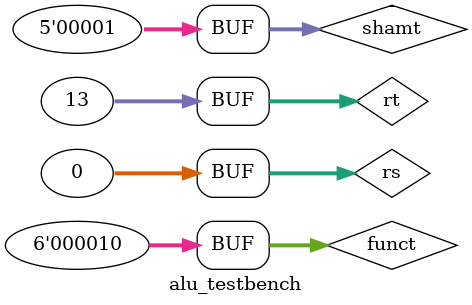
<source format=v>
module alu_testbench;

// input and output test signals
reg [31:0] rs, rt; 
reg [4:0] shamt;
reg [5:0] funct;

wire [31:0] rd;

// creating the instance of the module we want to test
alu alu(rs, rt, shamt, funct, rd);

initial
begin
rs = 32'b00000000000000000000000000000000;
rt = 32'b00000000000000000000000000000001;
funct = 6'b100000; //add
#5; // pause (5 units of delay)
rs = 32'b00000000000000000000000000000111;
rt = 32'b00000000000000000000000000000011;
funct = 6'b100010; //subtract
#5;
rt = 32'b00000000000000000000000000001000;
shamt = 5'b00010; // shift amount
funct = 6'b000010; //shift right logical
#5
rs = 32'b00000000000000000000000000001011;
rt = 32'b00000000000000000000000000000001;
funct = 6'b100000; //add
#5
rs = 32'b00000000000000000000000000000000;
rt = 32'b00000000000000000000000000000001;
funct = 6'b100010; //subtract
#5;
rt = 32'b00000000000000000000000000001101;
shamt = 5'b00001; // shift amount
funct = 6'b000010; //shift right logical
end

// print signal values on every change
initial
$monitor("rs = %b rt = %b shamt = %b funct = %b rd = %b", rs, rt, shamt, funct, rd);

initial
$dumpvars;

endmodule

</source>
